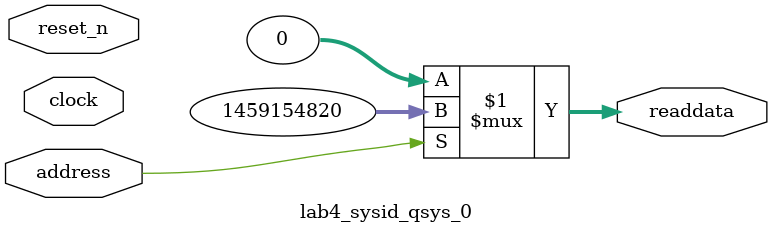
<source format=v>



// synthesis translate_off
`timescale 1ns / 1ps
// synthesis translate_on

// turn off superfluous verilog processor warnings 
// altera message_level Level1 
// altera message_off 10034 10035 10036 10037 10230 10240 10030 

module lab4_sysid_qsys_0 (
               // inputs:
                address,
                clock,
                reset_n,

               // outputs:
                readdata
             )
;

  output  [ 31: 0] readdata;
  input            address;
  input            clock;
  input            reset_n;

  wire    [ 31: 0] readdata;
  //control_slave, which is an e_avalon_slave
  assign readdata = address ? 1459154820 : 0;

endmodule




</source>
